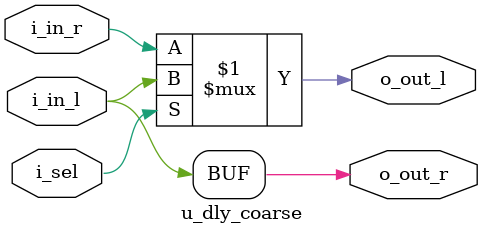
<source format=v>

`define			T_DLY_COARSE_IMUX	80
`define			T_DLY_COARSE_INV	50
module u_dly_coarse
(	
	output 						o_out_l,
	output 						o_out_r,
	input						i_in_l,
	input						i_in_r,
	input						i_sel
);

	assign	#(`T_DLY_COARSE_INV)	o_out_r	= i_in_l;
	assign	#(`T_DLY_COARSE_IMUX)	o_out_l	= i_sel ? o_out_r : i_in_r;

endmodule

</source>
